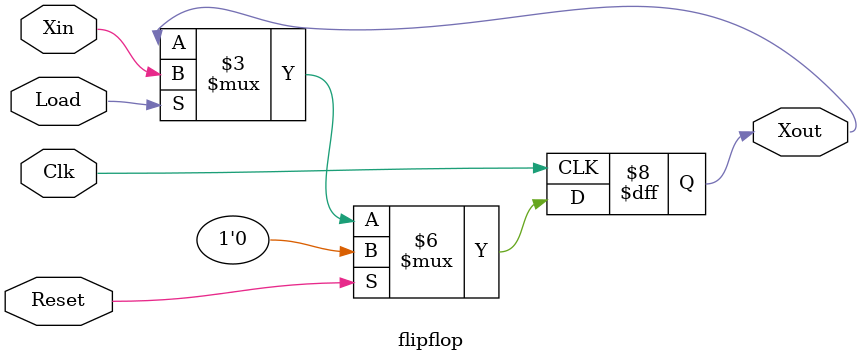
<source format=sv>
module flipflop (input logic Clk, Load, Reset, Xin, output logic Xout);

always_ff @ (posedge Clk)
begin
	if (Reset)
		Xout <= 1'b0;
	else if (Load)
		Xout <= Xin;
	else
		Xout <= Xout;
end

endmodule

</source>
